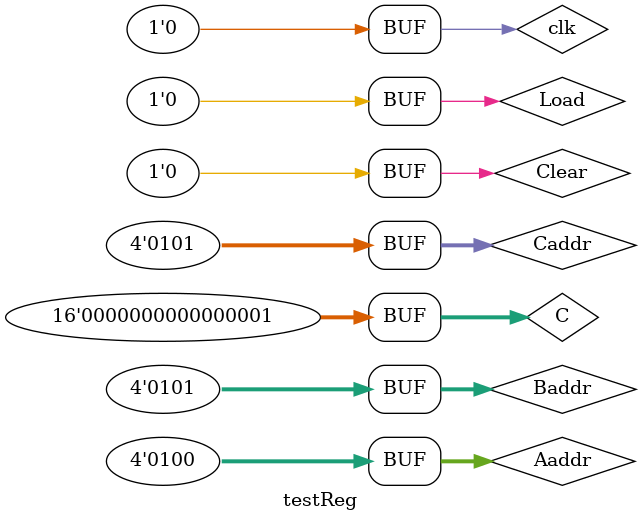
<source format=v>
`timescale 1ns / 1ps


module testReg;
//module reg_file(A,B,C,Aaddr,Baddr,Caddr,Load,Clear,clk);
reg [3:0] Aaddr, Baddr, Caddr;
reg [15:0] C;
reg Load;
reg Clear,clk;
wire [15:0] A, B;

initial begin 
    Clear = 0;
    clk=0;
    Aaddr = 4;
    Baddr = 5;
    Caddr = 5;
    C = 1;
    Load = 1;
    
    repeat (1000)
    begin
    #1 clk=~clk;
    Load = 0;
    end
end

endmodule

</source>
